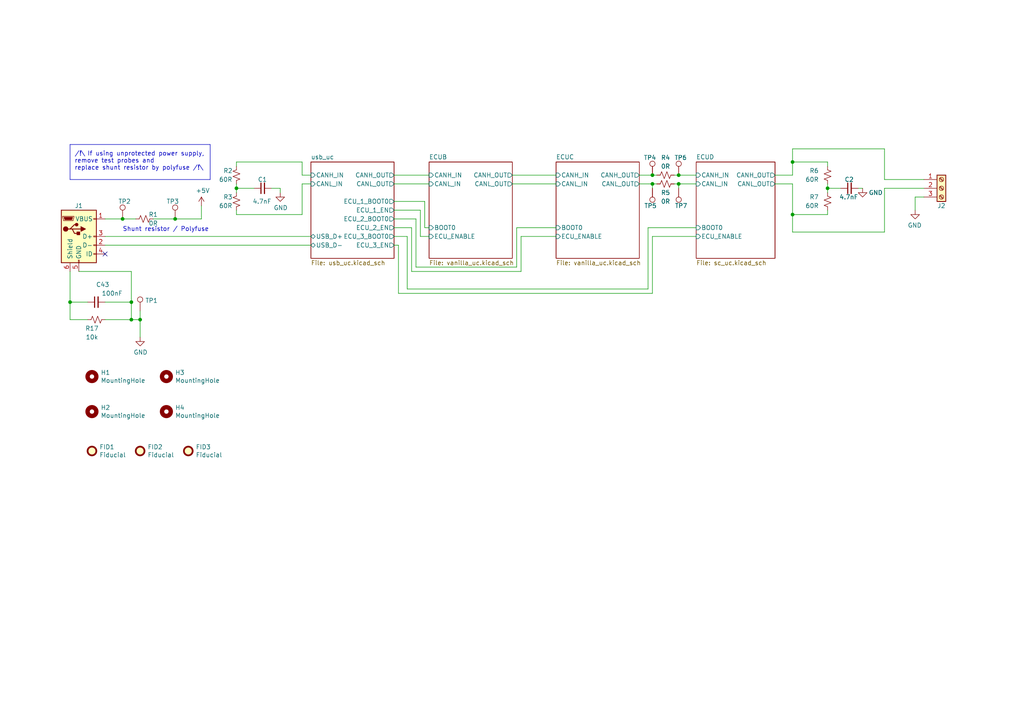
<source format=kicad_sch>
(kicad_sch (version 20230121) (generator eeschema)
  (paper "A4")
  (title_block (title "RAMN: Resistant Automotive Miniature Network V1.0") (date "2024-02-20") (rev "B2L") (company "Copyright (c) 2024 TOYOTA MOTOR CORPORATION. ALL RIGHTS RESERVED.") (comment 3 "License: CC BY-SA 4.0") (comment 4 "https://github.com/toyotainfotech/ramn"))
  (lib_symbols
    (symbol "Connector:Screw_Terminal_01x03" (pin_names (offset 1.016) hide)
      (property "Reference" "J" (at 0 5.08 0))
      (property "Value" "Screw_Terminal_01x03" (at 0 -5.08 0))
      (symbol "Screw_Terminal_01x03_1_1"
        (rectangle (start -1.27 3.81) (end 1.27 -3.81) (stroke (width 0.254)) (fill (type background)))
        (circle (center 0 -2.54) (radius 0.635) (stroke (width 0.1524)))
        (polyline (pts (xy -0.5334 -2.2098) (xy 0.3302 -3.048)) (stroke (width 0.1524)))
        (polyline (pts (xy -0.5334 0.3302) (xy 0.3302 -0.508)) (stroke (width 0.1524)))
        (polyline (pts (xy -0.5334 2.8702) (xy 0.3302 2.032)) (stroke (width 0.1524)))
        (polyline (pts (xy -0.3556 -2.032) (xy 0.508 -2.8702)) (stroke (width 0.1524)))
        (polyline (pts (xy -0.3556 0.508) (xy 0.508 -0.3302)) (stroke (width 0.1524)))
        (polyline (pts (xy -0.3556 3.048) (xy 0.508 2.2098)) (stroke (width 0.1524)))
        (circle (center 0 0) (radius 0.635) (stroke (width 0.1524)))
        (circle (center 0 2.54) (radius 0.635) (stroke (width 0.1524)))
        (pin passive line (at -5.08 2.54 0) (length 3.81) (name "Pin_1") (number "1"))
        (pin passive line (at -5.08 0 0) (length 3.81) (name "Pin_2") (number "2"))
        (pin passive line (at -5.08 -2.54 0) (length 3.81) (name "Pin_3") (number "3"))
      )
    )
    (symbol "Connector:TestPoint" (pin_numbers hide) (pin_names (offset 0.762) hide)
      (property "Reference" "TP" (at 0 6.858 0))
      (property "Value" "TestPoint" (at 0 5.08 0))
      (symbol "TestPoint_0_1"
        (circle (center 0 3.302) (radius 0.762))
      )
      (symbol "TestPoint_1_1"
        (pin passive line (at 0 0 90) (length 2.54) (name "1") (number "1"))
      )
    )
    (symbol "Connector:USB_OTG" (pin_names (offset 1.016))
      (property "Reference" "J" (at -5.08 11.43 0))
      (property "Value" "USB_OTG" (at -5.08 8.89 0))
      (symbol "USB_OTG_0_1"
        (rectangle (start -5.08 -7.62) (end 5.08 7.62) (stroke (width 0.254)) (fill (type background)))
        (circle (center -3.81 2.159) (radius 0.635) (stroke (width 0.254)) (fill (type outline)))
        (circle (center -0.635 3.429) (radius 0.381) (stroke (width 0.254)) (fill (type outline)))
        (rectangle (start -0.127 -7.62) (end 0.127 -6.858))
        (polyline (pts (xy -1.905 2.159) (xy 0.635 2.159)) (stroke (width 0.254)))
        (polyline (pts (xy -3.175 2.159) (xy -2.54 2.159) (xy -1.27 3.429) (xy -0.635 3.429)) (stroke (width 0.254)))
        (polyline (pts (xy -2.54 2.159) (xy -1.905 2.159) (xy -1.27 0.889) (xy 0 0.889)) (stroke (width 0.254)))
        (polyline (pts (xy 0.635 2.794) (xy 0.635 1.524) (xy 1.905 2.159) (xy 0.635 2.794)) (stroke (width 0.254)) (fill (type outline)))
        (polyline (pts (xy -4.318 5.588) (xy -1.778 5.588) (xy -2.032 4.826) (xy -4.064 4.826) (xy -4.318 5.588)) (fill (type outline)))
        (polyline (pts (xy -4.699 5.842) (xy -4.699 5.588) (xy -4.445 4.826) (xy -4.445 4.572) (xy -1.651 4.572) (xy -1.651 4.826) (xy -1.397 5.588) (xy -1.397 5.842) (xy -4.699 5.842)))
        (rectangle (start 0.254 1.27) (end -0.508 0.508) (stroke (width 0.254)) (fill (type outline)))
        (rectangle (start 5.08 -5.207) (end 4.318 -4.953))
        (rectangle (start 5.08 -2.667) (end 4.318 -2.413))
        (rectangle (start 5.08 -0.127) (end 4.318 0.127))
        (rectangle (start 5.08 4.953) (end 4.318 5.207))
      )
      (symbol "USB_OTG_1_1"
        (pin passive line (at 7.62 5.08 180) (length 2.54) (name "VBUS") (number "1"))
        (pin bidirectional line (at 7.62 -2.54 180) (length 2.54) (name "D-") (number "2"))
        (pin bidirectional line (at 7.62 0 180) (length 2.54) (name "D+") (number "3"))
        (pin passive line (at 7.62 -5.08 180) (length 2.54) (name "ID") (number "4"))
        (pin passive line (at 0 -10.16 90) (length 2.54) (name "GND") (number "5"))
        (pin passive line (at -2.54 -10.16 90) (length 2.54) (name "Shield") (number "6"))
      )
    )
    (symbol "Device:C_Small" (pin_numbers hide) (pin_names (offset 0.254) hide)
      (property "Reference" "C" (at 0.254 1.778 0))
      (property "Value" "C_Small" (at 0.254 -2.032 0))
      (symbol "C_Small_0_1"
        (polyline (pts (xy -1.524 -0.508) (xy 1.524 -0.508)) (stroke (width 0.3302)))
        (polyline (pts (xy -1.524 0.508) (xy 1.524 0.508)) (stroke (width 0.3048)))
      )
      (symbol "C_Small_1_1"
        (pin passive line (at 0 2.54 270) (length 2.032) (name "~") (number "1"))
        (pin passive line (at 0 -2.54 90) (length 2.032) (name "~") (number "2"))
      )
    )
    (symbol "Device:R_Small_US" (pin_numbers hide) (pin_names (offset 0.254) hide)
      (property "Reference" "R" (at 0.762 0.508 0))
      (property "Value" "R_Small_US" (at 0.762 -1.016 0))
      (symbol "R_Small_US_1_1"
        (polyline (pts (xy 0 0) (xy 1.016 -0.381) (xy 0 -0.762) (xy -1.016 -1.143) (xy 0 -1.524)))
        (polyline (pts (xy 0 1.524) (xy 1.016 1.143) (xy 0 0.762) (xy -1.016 0.381) (xy 0 0)))
        (pin passive line (at 0 2.54 270) (length 1.016) (name "~") (number "1"))
        (pin passive line (at 0 -2.54 90) (length 1.016) (name "~") (number "2"))
      )
    )
    (symbol "Mechanical:Fiducial"
      (property "Reference" "FID" (at 0 5.08 0))
      (property "Value" "Fiducial" (at 0 3.175 0))
      (symbol "Fiducial_0_1"
        (circle (center 0 0) (radius 1.27) (stroke (width 0.508)) (fill (type background)))
      )
    )
    (symbol "Mechanical:MountingHole" (pin_names (offset 1.016))
      (property "Reference" "H" (at 0 5.08 0))
      (property "Value" "MountingHole" (at 0 3.175 0))
      (symbol "MountingHole_0_1"
        (circle (center 0 0) (radius 1.27) (stroke (width 1.27)))
      )
    )
    (symbol "power:+5V" (power) (pin_names (offset 0))
      (property "Value" "+5V" (at 0 3.556 0))
      (symbol "+5V_0_1"
        (polyline (pts (xy -0.762 1.27) (xy 0 2.54)))
        (polyline (pts (xy 0 0) (xy 0 2.54)))
        (polyline (pts (xy 0 2.54) (xy 0.762 1.27)))
      )
      (symbol "+5V_1_1"
        (pin power_in line (at 0 0 90) (length 0) hide (name "+5V") (number "1"))
      )
    )
    (symbol "power:GND" (power) (pin_names (offset 0))
      (property "Value" "GND" (at 0 -3.81 0))
      (symbol "GND_0_1"
        (polyline (pts (xy 0 0) (xy 0 -1.27) (xy 1.27 -1.27) (xy 0 -2.54) (xy -1.27 -1.27) (xy 0 -1.27)))
      )
      (symbol "GND_1_1"
        (pin power_in line (at 0 0 270) (length 0) hide (name "GND") (number "1"))
      )
    )
  )
  (junction (at 38.1 92.71))
  (junction (at 38.1 87.63))
  (junction (at 50.8 63.5))
  (junction (at 35.56 63.5))
  (junction (at 229.87 46.99))
  (junction (at 68.58 54.61))
  (junction (at 189.23 50.8))
  (junction (at 196.85 50.8))
  (junction (at 20.32 87.63))
  (junction (at 240.03 54.61))
  (junction (at 229.87 62.23))
  (junction (at 189.23 53.34))
  (junction (at 40.64 92.71))
  (junction (at 196.85 53.34))
  (no_connect (at 30.48 73.66))
  (wire (pts (xy 68.58 62.23) (xy 87.63 62.23)))
  (wire (pts (xy 149.86 66.04) (xy 161.29 66.04)))
  (wire (pts (xy 118.11 83.82) (xy 187.96 83.82)))
  (wire (pts (xy 119.38 78.74) (xy 151.13 78.74)))
  (wire (pts (xy 68.58 62.23) (xy 68.58 60.96)))
  (wire (pts (xy 196.85 53.34) (xy 195.58 53.34)))
  (wire (pts (xy 87.63 50.8) (xy 87.63 46.99)))
  (wire (pts (xy 119.38 66.04) (xy 119.38 78.74)))
  (wire (pts (xy 189.23 68.58) (xy 201.93 68.58)))
  (wire (pts (xy 256.54 67.31) (xy 256.54 54.61)))
  (wire (pts (xy 20.32 87.63) (xy 20.32 92.71)))
  (wire (pts (xy 240.03 48.26) (xy 240.03 46.99)))
  (wire (pts (xy 58.42 59.69) (xy 58.42 63.5)))
  (wire (pts (xy 224.79 50.8) (xy 229.87 50.8)))
  (wire (pts (xy 248.92 54.61) (xy 250.19 54.61)))
  (wire (pts (xy 20.32 78.74) (xy 20.32 87.63)))
  (wire (pts (xy 40.64 92.71) (xy 40.64 97.79)))
  (wire (pts (xy 187.96 66.04) (xy 201.93 66.04)))
  (wire (pts (xy 30.48 92.71) (xy 38.1 92.71)))
  (polyline (pts (xy 60.96 41.91) (xy 60.96 52.07)))
  (wire (pts (xy 240.03 54.61) (xy 240.03 55.88)))
  (wire (pts (xy 115.57 85.09) (xy 189.23 85.09)))
  (wire (pts (xy 149.86 77.47) (xy 149.86 66.04)))
  (wire (pts (xy 229.87 43.18) (xy 229.87 46.99)))
  (wire (pts (xy 189.23 54.61) (xy 189.23 53.34)))
  (wire (pts (xy 30.48 63.5) (xy 35.56 63.5)))
  (wire (pts (xy 196.85 50.8) (xy 201.93 50.8)))
  (wire (pts (xy 240.03 62.23) (xy 229.87 62.23)))
  (wire (pts (xy 229.87 46.99) (xy 240.03 46.99)))
  (wire (pts (xy 39.37 63.5) (xy 35.56 63.5)))
  (wire (pts (xy 189.23 50.8) (xy 190.5 50.8)))
  (wire (pts (xy 68.58 54.61) (xy 68.58 53.34)))
  (wire (pts (xy 229.87 53.34) (xy 229.87 62.23)))
  (wire (pts (xy 90.17 53.34) (xy 87.63 53.34)))
  (wire (pts (xy 187.96 83.82) (xy 187.96 66.04)))
  (wire (pts (xy 224.79 53.34) (xy 229.87 53.34)))
  (wire (pts (xy 114.3 66.04) (xy 119.38 66.04)))
  (wire (pts (xy 30.48 87.63) (xy 38.1 87.63)))
  (wire (pts (xy 265.43 57.15) (xy 265.43 60.96)))
  (wire (pts (xy 68.58 48.26) (xy 68.58 46.99)))
  (wire (pts (xy 87.63 53.34) (xy 87.63 62.23)))
  (wire (pts (xy 151.13 78.74) (xy 151.13 68.58)))
  (polyline (pts (xy 20.32 41.91) (xy 60.96 41.91)))
  (wire (pts (xy 120.65 77.47) (xy 149.86 77.47)))
  (wire (pts (xy 151.13 68.58) (xy 161.29 68.58)))
  (wire (pts (xy 114.3 53.34) (xy 124.46 53.34)))
  (wire (pts (xy 229.87 67.31) (xy 256.54 67.31)))
  (wire (pts (xy 256.54 52.07) (xy 256.54 43.18)))
  (polyline (pts (xy 60.96 52.07) (xy 20.32 52.07)))
  (wire (pts (xy 229.87 46.99) (xy 229.87 50.8)))
  (wire (pts (xy 229.87 62.23) (xy 229.87 67.31)))
  (wire (pts (xy 50.8 63.5) (xy 58.42 63.5)))
  (wire (pts (xy 195.58 50.8) (xy 196.85 50.8)))
  (wire (pts (xy 201.93 53.34) (xy 196.85 53.34)))
  (wire (pts (xy 38.1 78.74) (xy 38.1 87.63)))
  (wire (pts (xy 240.03 62.23) (xy 240.03 60.96)))
  (wire (pts (xy 190.5 53.34) (xy 189.23 53.34)))
  (wire (pts (xy 114.3 68.58) (xy 118.11 68.58)))
  (wire (pts (xy 81.28 54.61) (xy 81.28 55.88)))
  (wire (pts (xy 114.3 50.8) (xy 124.46 50.8)))
  (wire (pts (xy 38.1 92.71) (xy 40.64 92.71)))
  (wire (pts (xy 267.97 52.07) (xy 256.54 52.07)))
  (wire (pts (xy 121.92 68.58) (xy 124.46 68.58)))
  (wire (pts (xy 196.85 54.61) (xy 196.85 53.34)))
  (wire (pts (xy 87.63 50.8) (xy 90.17 50.8)))
  (wire (pts (xy 25.4 87.63) (xy 20.32 87.63)))
  (wire (pts (xy 256.54 54.61) (xy 267.97 54.61)))
  (wire (pts (xy 114.3 58.42) (xy 123.19 58.42)))
  (wire (pts (xy 40.64 90.17) (xy 40.64 92.71)))
  (polyline (pts (xy 20.32 52.07) (xy 20.32 41.91)))
  (wire (pts (xy 148.59 50.8) (xy 161.29 50.8)))
  (wire (pts (xy 68.58 55.88) (xy 68.58 54.61)))
  (wire (pts (xy 189.23 53.34) (xy 185.42 53.34)))
  (wire (pts (xy 121.92 60.96) (xy 114.3 60.96)))
  (wire (pts (xy 115.57 85.09) (xy 115.57 71.12)))
  (wire (pts (xy 38.1 87.63) (xy 38.1 92.71)))
  (wire (pts (xy 73.66 54.61) (xy 68.58 54.61)))
  (wire (pts (xy 68.58 46.99) (xy 87.63 46.99)))
  (wire (pts (xy 123.19 58.42) (xy 123.19 66.04)))
  (wire (pts (xy 44.45 63.5) (xy 50.8 63.5)))
  (wire (pts (xy 20.32 92.71) (xy 25.4 92.71)))
  (wire (pts (xy 185.42 50.8) (xy 189.23 50.8)))
  (wire (pts (xy 121.92 60.96) (xy 121.92 68.58)))
  (wire (pts (xy 256.54 43.18) (xy 229.87 43.18)))
  (wire (pts (xy 30.48 68.58) (xy 90.17 68.58)))
  (wire (pts (xy 114.3 63.5) (xy 120.65 63.5)))
  (wire (pts (xy 22.86 78.74) (xy 38.1 78.74)))
  (wire (pts (xy 81.28 54.61) (xy 78.74 54.61)))
  (wire (pts (xy 120.65 63.5) (xy 120.65 77.47)))
  (wire (pts (xy 90.17 71.12) (xy 30.48 71.12)))
  (wire (pts (xy 189.23 68.58) (xy 189.23 85.09)))
  (wire (pts (xy 123.19 66.04) (xy 124.46 66.04)))
  (wire (pts (xy 148.59 53.34) (xy 161.29 53.34)))
  (wire (pts (xy 114.3 71.12) (xy 115.57 71.12)))
  (wire (pts (xy 243.84 54.61) (xy 240.03 54.61)))
  (wire (pts (xy 240.03 53.34) (xy 240.03 54.61)))
  (wire (pts (xy 118.11 68.58) (xy 118.11 83.82)))
  (wire (pts (xy 267.97 57.15) (xy 265.43 57.15)))
  (text "Shunt resistor / Polyfuse" (at 35.56 67.31 0) (effects (font (size 1.27 1.27)) (justify left bottom)))
  (text "/!\\ If using unprotected power supply, \nremove test probes and \nreplace shunt resistor by polyfuse /!\\" (at 21.59 49.53 0) (effects (font (size 1.27 1.27)) (justify left bottom)))
  (symbol (lib_id "Connector:TestPoint") (at 35.56 63.5 0) (unit 1)
    (property "Reference" "TP2" (at 34.29 58.42 0) (effects (justify left)))
    (property "Value" " " (at 37.0332 62.8142 0) (effects (justify left)))
    (property "Footprint" "TestPoint:TestPoint_Loop_D2.54mm_Drill1.5mm_Beaded" (effects hide))
  )
  (symbol (lib_id "Connector:TestPoint") (at 50.8 63.5 0) (unit 1)
    (property "Reference" "TP3" (at 48.26 58.42 0) (effects (justify left)))
    (property "Value" " " (at 52.2732 62.8142 0) (effects (justify left)))
    (property "Footprint" "TestPoint:TestPoint_Loop_D2.54mm_Drill1.5mm_Beaded" (effects hide))
  )
  (symbol (lib_id "Device:R_Small_US") (at 41.91 63.5 270) (unit 1)
    (property "Reference" "R1" (at 44.45 62.23 90))
    (property "Value" "0R" (at 44.45 64.77 90))
    (property "Footprint" "Resistor_SMD:R_0603_1608Metric" (effects hide))
  )
  (symbol (lib_id "Connector:USB_OTG") (at 22.86 68.58 0) (unit 1)
    (property "Reference" "J1" (at 22.86 59.69 0))
    (property "Value" "USB_C_Micro" (effects hide))
    (property "Footprint" "Connector_USB:USB_Micro-B_Wuerth_629105150521" (effects hide))
  )
  (symbol (lib_id "power:GND") (at 40.64 97.79 0) (unit 1)
    (property "Reference" "#PWR01" (effects hide))
    (property "Value" "GND" (at 40.767 102.1842 0))
  )
  (symbol (lib_id "power:+5V") (at 58.42 59.69 0) (unit 1)
    (property "Reference" "#PWR02" (effects hide))
    (property "Value" "+5V" (at 58.801 55.2958 0))
  )
  (symbol (lib_id "Mechanical:MountingHole") (at 26.67 109.22 0) (unit 1)
    (property "Reference" "H1" (at 29.21 108.0516 0) (effects (justify left)))
    (property "Value" "MountingHole" (at 29.21 110.363 0) (effects (justify left)))
    (property "Footprint" "MountingHole:MountingHole_3.2mm_M3_ISO7380" (effects hide))
  )
  (symbol (lib_id "Mechanical:MountingHole") (at 48.26 109.22 0) (unit 1)
    (property "Reference" "H3" (at 50.8 108.0516 0) (effects (justify left)))
    (property "Value" "MountingHole" (at 50.8 110.363 0) (effects (justify left)))
    (property "Footprint" "MountingHole:MountingHole_3.2mm_M3_ISO7380" (effects hide))
  )
  (symbol (lib_id "Device:R_Small_US") (at 193.04 50.8 270) (unit 1)
    (property "Reference" "R4" (at 193.04 45.72 90))
    (property "Value" "0R" (at 193.04 48.26 90))
    (property "Footprint" "Resistor_SMD:R_0603_1608Metric" (effects hide))
  )
  (symbol (lib_id "Device:R_Small_US") (at 193.04 53.34 270) (unit 1)
    (property "Reference" "R5" (at 193.04 55.88 90))
    (property "Value" "0R" (at 193.04 58.42 90))
    (property "Footprint" "Resistor_SMD:R_0603_1608Metric" (effects hide))
  )
  (symbol (lib_id "Connector:TestPoint") (at 189.23 50.8 0) (unit 1)
    (property "Reference" "TP4" (at 186.69 45.72 0) (effects (justify left)))
    (property "Value" " " (at 190.7032 50.1142 0) (effects (justify left)))
    (property "Footprint" "TestPoint:TestPoint_Loop_D2.54mm_Drill1.5mm_Beaded" (effects hide))
  )
  (symbol (lib_id "Connector:TestPoint") (at 189.23 54.61 180) (unit 1)
    (property "Reference" "TP5" (at 190.5 59.69 0) (effects (justify left)))
    (property "Value" " " (at 187.7568 55.2958 0) (effects (justify left)))
    (property "Footprint" "TestPoint:TestPoint_Loop_D2.54mm_Drill1.5mm_Beaded" (effects hide))
  )
  (symbol (lib_id "Connector:TestPoint") (at 196.85 54.61 180) (unit 1)
    (property "Reference" "TP7" (at 199.39 59.69 0) (effects (justify left)))
    (property "Value" " " (at 195.3768 55.2958 0) (effects (justify left)))
    (property "Footprint" "TestPoint:TestPoint_Loop_D2.54mm_Drill1.5mm_Beaded" (effects hide))
  )
  (symbol (lib_id "Connector:TestPoint") (at 196.85 50.8 0) (unit 1)
    (property "Reference" "TP6" (at 195.58 45.72 0) (effects (justify left)))
    (property "Value" " " (at 198.3232 50.1142 0) (effects (justify left)))
    (property "Footprint" "TestPoint:TestPoint_Loop_D2.54mm_Drill1.5mm_Beaded" (effects hide))
  )
  (symbol (lib_id "Device:R_Small_US") (at 68.58 58.42 0) (mirror y) (unit 1)
    (property "Reference" "R3" (at 64.77 57.15 0) (effects (justify right)))
    (property "Value" "60R" (at 63.5 59.69 0) (effects (justify right)))
    (property "Footprint" "Resistor_SMD:R_0603_1608Metric" (effects hide))
  )
  (symbol (lib_id "Device:C_Small") (at 76.2 54.61 90) (unit 1)
    (property "Reference" "C1" (at 77.47 52.07 90) (effects (justify left)))
    (property "Value" "4.7nF" (at 78.74 58.42 90) (effects (justify left)))
    (property "Footprint" "Capacitor_SMD:C_0603_1608Metric" (effects hide))
  )
  (symbol (lib_id "Device:R_Small_US") (at 68.58 50.8 0) (mirror y) (unit 1)
    (property "Reference" "R2" (at 64.77 49.53 0) (effects (justify right)))
    (property "Value" "60R" (at 63.5 52.07 0) (effects (justify right)))
    (property "Footprint" "Resistor_SMD:R_0603_1608Metric" (effects hide))
  )
  (symbol (lib_id "power:GND") (at 81.28 55.88 0) (unit 1)
    (property "Reference" "#PWR03" (effects hide))
    (property "Value" "GND" (at 81.407 60.2742 0))
  )
  (symbol (lib_id "Device:R_Small_US") (at 240.03 58.42 0) (unit 1)
    (property "Reference" "R7" (at 237.49 57.15 0) (effects (justify right)))
    (property "Value" "60R" (at 237.49 59.69 0) (effects (justify right)))
    (property "Footprint" "Resistor_SMD:R_0603_1608Metric" (effects hide))
  )
  (symbol (lib_id "Device:C_Small") (at 246.38 54.61 90) (mirror x) (unit 1)
    (property "Reference" "C2" (at 247.65 52.07 90) (effects (justify left)))
    (property "Value" "4.7nF" (at 248.92 57.15 90) (effects (justify left)))
    (property "Footprint" "Capacitor_SMD:C_0603_1608Metric" (effects hide))
  )
  (symbol (lib_id "Device:R_Small_US") (at 240.03 50.8 0) (unit 1)
    (property "Reference" "R6" (at 237.49 49.53 0) (effects (justify right)))
    (property "Value" "60R" (at 237.49 52.07 0) (effects (justify right)))
    (property "Footprint" "Resistor_SMD:R_0603_1608Metric" (effects hide))
  )
  (symbol (lib_id "power:GND") (at 250.19 54.61 0) (mirror y) (unit 1)
    (property "Reference" "#PWR04" (effects hide))
    (property "Value" "GND" (at 254 55.88 0))
  )
  (symbol (lib_id "Connector:Screw_Terminal_01x03") (at 273.05 54.61 0) (unit 1)
    (property "Reference" "J2" (at 273.05 59.69 0))
    (property "Value" "Screw_Terminal_01x03" (effects hide))
    (property "Footprint" "TerminalBlock_Phoenix:TerminalBlock_Phoenix_PTSM-0,5-3-2.5-V-THR_1x03_P2.50mm_Vertical" (effects hide))
  )
  (symbol (lib_id "power:GND") (at 265.43 60.96 0) (mirror y) (unit 1)
    (property "Reference" "#PWR05" (effects hide))
    (property "Value" "GND" (at 265.303 65.3542 0))
  )
  (symbol (lib_id "Mechanical:MountingHole") (at 26.67 119.38 0) (unit 1)
    (property "Reference" "H2" (at 29.21 118.2116 0) (effects (justify left)))
    (property "Value" "MountingHole" (at 29.21 120.523 0) (effects (justify left)))
    (property "Footprint" "MountingHole:MountingHole_3.2mm_M3_ISO7380" (effects hide))
  )
  (symbol (lib_id "Mechanical:MountingHole") (at 48.26 119.38 0) (unit 1)
    (property "Reference" "H4" (at 50.8 118.2116 0) (effects (justify left)))
    (property "Value" "MountingHole" (at 50.8 120.523 0) (effects (justify left)))
    (property "Footprint" "MountingHole:MountingHole_3.2mm_M3_ISO7380" (effects hide))
  )
  (symbol (lib_id "Connector:TestPoint") (at 40.64 90.17 0) (unit 1)
    (property "Reference" "TP1" (at 42.1132 87.1728 0) (effects (justify left)))
    (property "Value" " " (at 42.1132 89.4842 0) (effects (justify left)))
    (property "Footprint" "TestPoint:TestPoint_Loop_D2.54mm_Drill1.5mm_Beaded" (effects hide))
  )
  (symbol (lib_id "Mechanical:Fiducial") (at 26.67 130.81 0) (unit 1)
    (property "Reference" "FID1" (at 28.829 129.6416 0) (effects (justify left)))
    (property "Value" "Fiducial" (at 28.829 131.953 0) (effects (justify left)))
    (property "Footprint" "Fiducial:Fiducial_1mm_Mask2mm" (effects hide))
  )
  (symbol (lib_id "Mechanical:Fiducial") (at 40.64 130.81 0) (unit 1)
    (property "Reference" "FID2" (at 42.799 129.6416 0) (effects (justify left)))
    (property "Value" "Fiducial" (at 42.799 131.953 0) (effects (justify left)))
    (property "Footprint" "Fiducial:Fiducial_1mm_Mask2mm" (effects hide))
  )
  (symbol (lib_id "Mechanical:Fiducial") (at 54.61 130.81 0) (unit 1)
    (property "Reference" "FID3" (at 56.769 129.6416 0) (effects (justify left)))
    (property "Value" "Fiducial" (at 56.769 131.953 0) (effects (justify left)))
    (property "Footprint" "Fiducial:Fiducial_1mm_Mask2mm" (effects hide))
  )
  (symbol (lib_id "Device:R_Small_US") (at 27.94 92.71 90) (unit 1)
    (property "Reference" "R17" (at 26.67 95.25 90))
    (property "Value" "10k" (at 26.67 97.79 90))
    (property "Footprint" "Resistor_SMD:R_0603_1608Metric" (effects hide))
  )
  (symbol (lib_id "Device:C_Small") (at 27.94 87.63 90) (unit 1)
    (property "Reference" "C43" (at 31.75 82.55 90) (effects (justify left)))
    (property "Value" "100nF" (at 35.56 85.09 90) (effects (justify left)))
    (property "Footprint" "Capacitor_SMD:C_0603_1608Metric" (effects hide))
  )
  (sheet (at 201.93 46.99) (size 22.86 27.94)
    (property "Sheetname" "ECUD" (at 201.93 46.2784 0) (effects (justify left bottom)))
    (property "Sheetfile" "sc_uc.kicad_sch" (at 201.93 75.5146 0) (effects (justify left top)))
    (pin "CANL_OUT" output (at 224.79 53.34 0))
    (pin "CANL_IN" input (at 201.93 53.34 180))
    (pin "CANH_OUT" output (at 224.79 50.8 0))
    (pin "CANH_IN" input (at 201.93 50.8 180))
    (pin "ECU_ENABLE" input (at 201.93 68.58 180))
    (pin "BOOT0" input (at 201.93 66.04 180))
  )
  (sheet (at 124.46 46.99) (size 24.13 27.94)
    (property "Sheetname" "ECUB" (at 124.46 46.2784 0) (effects (justify left bottom)))
    (property "Sheetfile" "vanilla_uc.kicad_sch" (at 124.46 75.5146 0) (effects (justify left top)))
    (pin "CANL_OUT" output (at 148.59 53.34 0))
    (pin "CANL_IN" input (at 124.46 53.34 180))
    (pin "CANH_OUT" output (at 148.59 50.8 0))
    (pin "CANH_IN" input (at 124.46 50.8 180))
    (pin "ECU_ENABLE" input (at 124.46 68.58 180))
    (pin "BOOT0" input (at 124.46 66.04 180))
  )
  (sheet (at 90.17 46.99) (size 24.13 27.94)
    (property "Sheetname" "usb_uc" (at 90.17 46.2784 0) (effects (justify left bottom)))
    (property "Sheetfile" "usb_uc.kicad_sch" (at 90.17 75.5146 0) (effects (justify left top)))
    (pin "CANL_OUT" output (at 114.3 53.34 0))
    (pin "CANL_IN" input (at 90.17 53.34 180))
    (pin "CANH_OUT" output (at 114.3 50.8 0))
    (pin "CANH_IN" input (at 90.17 50.8 180))
    (pin "USB_D-" bidirectional (at 90.17 71.12 180))
    (pin "USB_D+" bidirectional (at 90.17 68.58 180))
    (pin "ECU_3_EN" output (at 114.3 71.12 0))
    (pin "ECU_2_EN" output (at 114.3 66.04 0))
    (pin "ECU_1_EN" output (at 114.3 60.96 0))
    (pin "ECU_2_BOOT0" output (at 114.3 63.5 0))
    (pin "ECU_3_BOOT0" output (at 114.3 68.58 0))
    (pin "ECU_1_BOOT0" output (at 114.3 58.42 0))
  )
  (sheet (at 161.29 46.99) (size 24.13 27.94)
    (property "Sheetname" "ECUC" (at 161.29 46.2784 0) (effects (justify left bottom)))
    (property "Sheetfile" "vanilla_uc.kicad_sch" (at 161.29 75.5146 0) (effects (justify left top)))
    (pin "CANL_OUT" output (at 185.42 53.34 0))
    (pin "CANL_IN" input (at 161.29 53.34 180))
    (pin "CANH_OUT" output (at 185.42 50.8 0))
    (pin "CANH_IN" input (at 161.29 50.8 180))
    (pin "ECU_ENABLE" input (at 161.29 68.58 180))
    (pin "BOOT0" input (at 161.29 66.04 180))
  )
)
</source>
